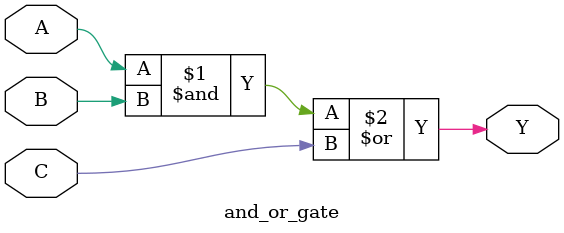
<source format=sv>
module and_or_gate (
    input wire A, B, C,   // 输入A, B, C
    output wire Y         // 输出Y
);
    assign Y = (A & B) | C;
endmodule

</source>
